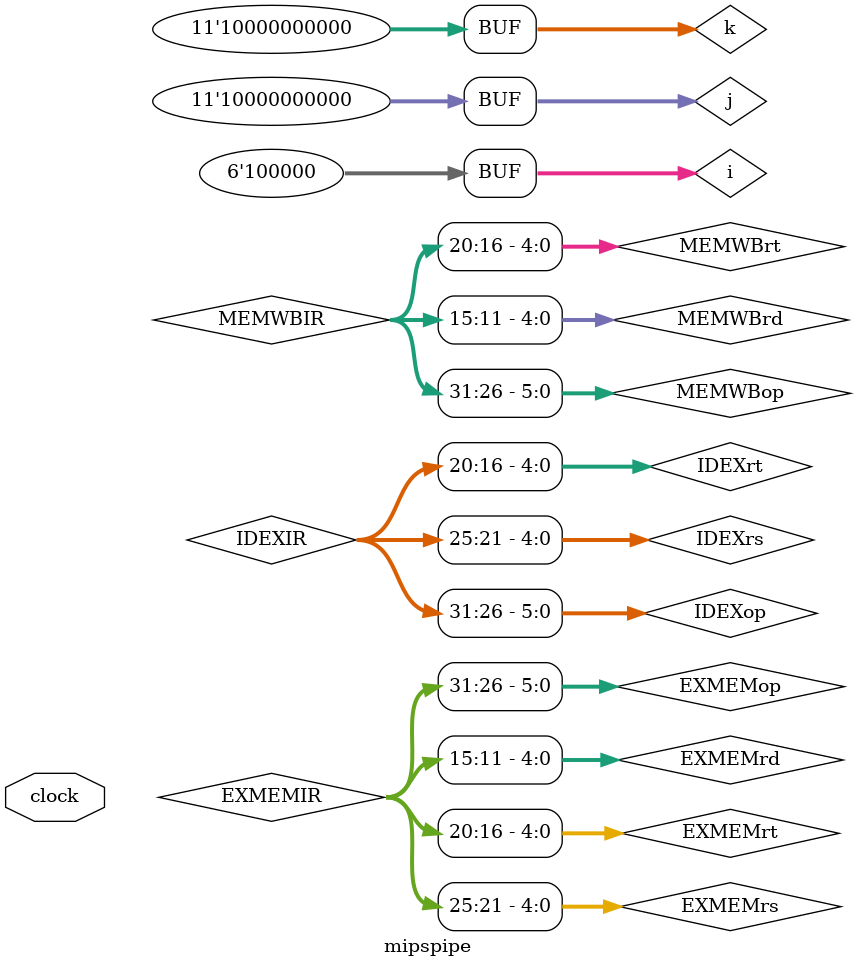
<source format=v>
module mipspipe(clock);
   input clock;

   parameter LW = 6'b100011, SW = 6'b101011, BEQ = 6'b000100, nop = 32'b00000_100000, ALUop = 6'b0;
   reg [31:0] PC,
              Regs[0:31],
              IMemory[0:1023], DMemory[0:1023],
              IFIDIR, IDEXA, IDEXB, IDEXIR, EXMEMIR, EXMEMB,
              EXMEMALUOut, MEMWBValue, MEMWBIR;

   wire [4:0] IDEXrs, IDEXrt, EXMEMrd, MEMWBrd, MEMWBrt; // fields of pipeline latches
   wire [5:0] EXMEMop, MEMWBop, IDEXop; // opcodes
   wire [31:0] Ain, Bin; // ALU inputs

   wire [4:0] EXMEMrs, EXMEMrt; // fields of pipeline latches

   // Define fields of pipeline latches
   assign IDEXrs = IDEXIR[25:21]; // rs field
   assign IDEXrt = IDEXIR[20:16]; // rt field
   assign EXMEMrs = EXMEMIR[25:21]; // rs field
   assign EXMEMrt = EXMEMIR[20:16]; // rt field
   assign EXMEMrd = EXMEMIR[15:11]; // rd field
   assign MEMWBrd = MEMWBIR[15:11]; // rd field
   assign MEMWBrt = MEMWBIR[20:16]; // rt field -- for loads
   assign EXMEMop = EXMEMIR[31:26]; // opcode
   assign MEMWBop = MEMWBIR[31:26]; // opcode
   assign IDEXop = IDEXIR[31:26]; // opcode

   // Inputs to the ALU come directly from the ID/EX pipeline latches
   assign Ain = IDEXA;
   assign Bin = IDEXB;
   reg [5:0] i; //used to initialize registers
   reg [10:0] j,k; //used to initialize registers

   initial begin
      PC = 0;
      IFIDIR = nop;
      IDEXIR = nop;
      EXMEMIR = nop;
      MEMWBIR = nop; // no-ops placed in pipeline latches
      // Initialize registers
      Regs[0] = 0;
      Regs[1] = 1;
      Regs[2] = 2;
      for (i=3;i<=31;i=i+1) Regs[i] = i;
      IMemory[0] = 32'h00021020; // ADD $5, $2, $1
      IMemory[1] = 32'h8ca30004; // LW $3 ,4($5)
      IMemory[2] = 32'h8c420000; // LW $2 ,0($2)
      IMemory[3] = 32'h00a39825; // OR $3, $5, $3
      IMemory[4] = 32'haca30000; // SW $3, 0($5)
      for (j=5;j<=1023;j=j+1) IMemory[j] = nop;
      DMemory[6] = 32'hFFFFFFFF; // 4($5)
      DMemory[2] = 32'hFFFFFFF0; // 0($2)
      for (k=3;k<=1023;k=k+1) DMemory[k] = 0;
   end

   always @(posedge clock)
   begin
      // FETCH: Fetch instruction & update PC
      IFIDIR <= IMemory[PC>>2];
      PC <= PC + 4;

      // DECODE: Read registers
      IDEXA <= Regs[IFIDIR[25:21]];
      IDEXB <= Regs[IFIDIR[20:16]]; // get two registers

      IDEXIR <= IFIDIR; // pass along IR

      // EX: Address calculation or ALU operation
      if ((IDEXop==LW) |(IDEXop==SW)) // address calculation
         EXMEMALUOut <= IDEXA +{{16{IDEXIR[15]}}, IDEXIR[15:0]};
      else if (IDEXop==ALUop) begin // ALU operation
         case (IDEXIR[5:0]) // R-type instruction
           32: EXMEMALUOut <= Ain + Bin; // add operation
           37: EXMEMALUOut <= Ain | Bin; // or operation
           default: ; // other R-type operations [to be implemented]
         endcase
      end

      EXMEMIR <= IDEXIR; EXMEMB <= IDEXB; //pass along the IR & B

      // MEM
      if (EXMEMop==ALUop) MEMWBValue <= EXMEMALUOut; //pass along ALU result
      else if (EXMEMop == LW) MEMWBValue <= DMemory[EXMEMALUOut>>2]; // load
      else if (EXMEMop == SW) DMemory[EXMEMALUOut>>2] <=EXMEMB; // store

      MEMWBIR <= EXMEMIR; //pass along IR

      // WB
      if ((MEMWBop==ALUop) & (MEMWBrd != 0)) // update registers if ALU operation and destination not 0
        Regs[MEMWBrd] <= MEMWBValue; // ALU operation
      else if ((MEMWBop == LW)& (MEMWBrt != 0)) // Update registers if load and destination not 0
        Regs[MEMWBrt] <= MEMWBValue;
   end
endmodule



</source>
